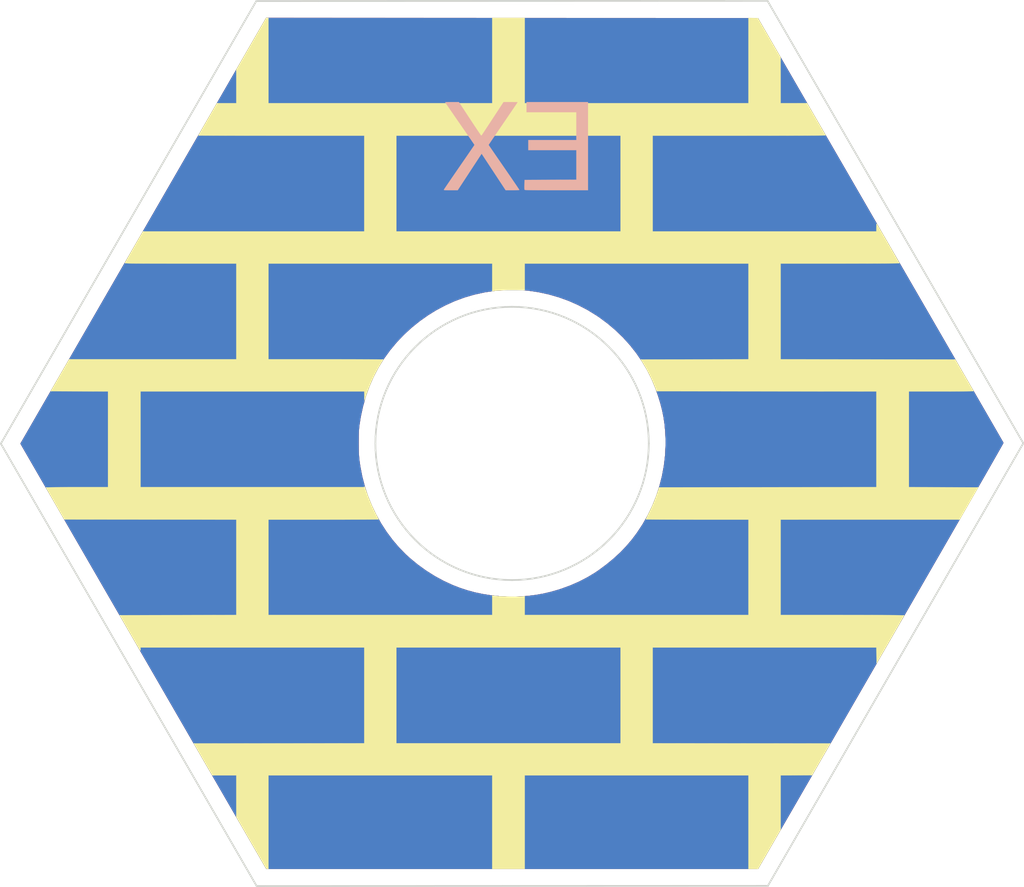
<source format=kicad_pcb>
(kicad_pcb (version 20171130) (host pcbnew 5.1.5+dfsg1-2build2)

  (general
    (thickness 1.6)
    (drawings 137)
    (tracks 0)
    (zones 0)
    (modules 4)
    (nets 1)
  )

  (page A4)
  (layers
    (0 F.Cu signal)
    (31 B.Cu signal)
    (32 B.Adhes user)
    (33 F.Adhes user)
    (34 B.Paste user)
    (35 F.Paste user)
    (36 B.SilkS user)
    (37 F.SilkS user)
    (38 B.Mask user)
    (39 F.Mask user)
    (40 Dwgs.User user)
    (41 Cmts.User user)
    (42 Eco1.User user)
    (43 Eco2.User user)
    (44 Edge.Cuts user)
    (45 Margin user)
    (46 B.CrtYd user)
    (47 F.CrtYd user)
    (48 B.Fab user)
    (49 F.Fab user)
  )

  (setup
    (last_trace_width 0.25)
    (trace_clearance 0.2)
    (zone_clearance 0.508)
    (zone_45_only no)
    (trace_min 0.2)
    (via_size 0.6)
    (via_drill 0.4)
    (via_min_size 0.4)
    (via_min_drill 0.3)
    (uvia_size 0.3)
    (uvia_drill 0.1)
    (uvias_allowed no)
    (uvia_min_size 0.2)
    (uvia_min_drill 0.1)
    (edge_width 0.15)
    (segment_width 0.2)
    (pcb_text_width 0.3)
    (pcb_text_size 1.5 1.5)
    (mod_edge_width 0.15)
    (mod_text_size 1 1)
    (mod_text_width 0.15)
    (pad_size 1.524 1.524)
    (pad_drill 0.762)
    (pad_to_mask_clearance 0.2)
    (aux_axis_origin 0 0)
    (visible_elements FFFFFF7F)
    (pcbplotparams
      (layerselection 0x010f0_ffffffff)
      (usegerberextensions false)
      (usegerberattributes false)
      (usegerberadvancedattributes false)
      (creategerberjobfile false)
      (excludeedgelayer true)
      (linewidth 0.100000)
      (plotframeref false)
      (viasonmask false)
      (mode 1)
      (useauxorigin false)
      (hpglpennumber 1)
      (hpglpenspeed 20)
      (hpglpendiameter 15.000000)
      (psnegative false)
      (psa4output false)
      (plotreference true)
      (plotvalue true)
      (plotinvisibletext false)
      (padsonsilk false)
      (subtractmaskfromsilk false)
      (outputformat 1)
      (mirror false)
      (drillshape 0)
      (scaleselection 1)
      (outputdirectory "gerbers/"))
  )

  (net 0 "")

  (net_class Default "This is the default net class."
    (clearance 0.2)
    (trace_width 0.25)
    (via_dia 0.6)
    (via_drill 0.4)
    (uvia_dia 0.3)
    (uvia_drill 0.1)
  )

  (module LOGO (layer F.Cu) (tedit 0) (tstamp 0)
    (at 0 0)
    (fp_text reference G*** (at 0 0) (layer F.SilkS) hide
      (effects (font (size 1.524 1.524) (thickness 0.3)))
    )
    (fp_text value LOGO (at 0.75 0) (layer F.SilkS) hide
      (effects (font (size 1.524 1.524) (thickness 0.3)))
    )
    (fp_poly (pts (xy -0.002915 -24.929057) (xy 14.399884 -24.92375) (xy 17.831401 -18.9865) (xy 18.131778 -18.466783)
      (xy 18.45131 -17.913925) (xy 18.787966 -17.331436) (xy 19.139718 -16.722828) (xy 19.504537 -16.091612)
      (xy 19.880393 -15.441298) (xy 20.265257 -14.775397) (xy 20.657101 -14.097421) (xy 21.053894 -13.41088)
      (xy 21.453607 -12.719285) (xy 21.854213 -12.026147) (xy 22.25368 -11.334978) (xy 22.649981 -10.649287)
      (xy 23.041086 -9.972586) (xy 23.424966 -9.308385) (xy 23.799591 -8.660197) (xy 24.162933 -8.031531)
      (xy 24.512962 -7.425899) (xy 24.847649 -6.846811) (xy 25.013618 -6.559646) (xy 25.294366 -6.073853)
      (xy 25.569718 -5.597336) (xy 25.838915 -5.131407) (xy 26.101202 -4.67738) (xy 26.35582 -4.236566)
      (xy 26.602011 -3.810278) (xy 26.83902 -3.39983) (xy 27.066087 -3.006533) (xy 27.282457 -2.6317)
      (xy 27.487371 -2.276645) (xy 27.680073 -1.942679) (xy 27.859804 -1.631116) (xy 28.025809 -1.343268)
      (xy 28.177328 -1.080447) (xy 28.313605 -0.843966) (xy 28.433883 -0.635139) (xy 28.537405 -0.455277)
      (xy 28.623412 -0.305693) (xy 28.691148 -0.1877) (xy 28.739855 -0.10261) (xy 28.768776 -0.051737)
      (xy 28.777239 -0.03637) (xy 28.767588 -0.015674) (xy 28.736872 0.041406) (xy 28.685239 0.134614)
      (xy 28.612834 0.263697) (xy 28.519803 0.4284) (xy 28.406292 0.62847) (xy 28.272447 0.863652)
      (xy 28.118414 1.133692) (xy 27.944338 1.438337) (xy 27.750365 1.777332) (xy 27.536642 2.150423)
      (xy 27.303315 2.557356) (xy 27.050529 2.997876) (xy 26.778429 3.471731) (xy 26.487163 3.978665)
      (xy 26.176876 4.518424) (xy 25.847714 5.090756) (xy 25.499822 5.695404) (xy 25.133347 6.332116)
      (xy 24.748435 7.000637) (xy 24.345231 7.700713) (xy 23.923881 8.432091) (xy 23.484532 9.194515)
      (xy 23.027328 9.987732) (xy 22.552417 10.811488) (xy 22.059944 11.665528) (xy 21.59838 12.465818)
      (xy 14.406598 24.934334) (xy -14.392357 24.934334) (xy -14.422234 24.886709) (xy -14.434514 24.865697)
      (xy -14.467302 24.809184) (xy -14.51993 24.718326) (xy -14.59173 24.594278) (xy -14.682035 24.438195)
      (xy -14.790176 24.251234) (xy -14.915487 24.03455) (xy -15.057299 23.789299) (xy -15.214944 23.516635)
      (xy -15.387756 23.217716) (xy -15.575066 22.893696) (xy -15.776206 22.545731) (xy -15.990509 22.174976)
      (xy -16.217307 21.782588) (xy -16.455933 21.369722) (xy -16.705719 20.937534) (xy -16.965997 20.487179)
      (xy -17.236099 20.019812) (xy -17.515357 19.53659) (xy -17.803105 19.038668) (xy -18.098674 18.527201)
      (xy -18.401396 18.003346) (xy -18.710604 17.468258) (xy -19.025631 16.923092) (xy -19.345807 16.369005)
      (xy -19.670467 15.807151) (xy -19.998941 15.238686) (xy -20.330563 14.664767) (xy -20.664665 14.086548)
      (xy -21.000578 13.505186) (xy -21.337636 12.921835) (xy -21.67517 12.337652) (xy -22.012513 11.753792)
      (xy -22.348997 11.17141) (xy -22.683954 10.591663) (xy -23.016718 10.015706) (xy -23.346619 9.444695)
      (xy -23.67299 8.879784) (xy -23.995164 8.322131) (xy -24.312473 7.77289) (xy -24.62425 7.233217)
      (xy -24.929825 6.704268) (xy -25.228533 6.187198) (xy -25.519704 5.683163) (xy -25.802672 5.193319)
      (xy -26.076769 4.718821) (xy -26.341326 4.260824) (xy -26.595677 3.820485) (xy -26.839154 3.398959)
      (xy -27.071088 2.997402) (xy -27.290813 2.616969) (xy -27.49766 2.258816) (xy -27.690961 1.924098)
      (xy -27.87005 1.613972) (xy -28.034258 1.329592) (xy -28.182918 1.072115) (xy -28.315362 0.842695)
      (xy -28.430922 0.64249) (xy -28.52893 0.472653) (xy -28.60872 0.334342) (xy -28.669622 0.228711)
      (xy -28.71097 0.156916) (xy -28.732096 0.120112) (xy -28.734533 0.115812) (xy -28.79379 0.009374)
      (xy -28.751762 -0.0635) (xy -8.984467 -0.0635) (xy -8.984152 0.158719) (xy -8.982274 0.346996)
      (xy -8.978261 0.50971) (xy -8.971541 0.65524) (xy -8.961542 0.791967) (xy -8.947692 0.92827)
      (xy -8.929419 1.072528) (xy -8.90615 1.23312) (xy -8.887833 1.351775) (xy -8.775992 1.935999)
      (xy -8.6257 2.512459) (xy -8.438501 3.078297) (xy -8.215939 3.630654) (xy -7.959559 4.166671)
      (xy -7.670904 4.683489) (xy -7.35152 5.178249) (xy -7.00295 5.648092) (xy -6.62674 6.09016)
      (xy -6.224432 6.501594) (xy -5.990352 6.715762) (xy -5.52855 7.096271) (xy -5.044781 7.446656)
      (xy -4.54376 7.76395) (xy -4.030202 8.045184) (xy -3.508821 8.287391) (xy -3.4646 8.305957)
      (xy -3.034603 8.472578) (xy -2.603376 8.614057) (xy -2.164973 8.731597) (xy -1.713444 8.826403)
      (xy -1.242843 8.899679) (xy -0.747222 8.952628) (xy -0.220634 8.986455) (xy -0.074083 8.992405)
      (xy -0.026127 8.992271) (xy 0.055659 8.990048) (xy 0.162838 8.986049) (xy 0.286974 8.980586)
      (xy 0.41275 8.974336) (xy 0.903078 8.938367) (xy 1.366062 8.882407) (xy 1.812694 8.804426)
      (xy 2.253966 8.702391) (xy 2.700869 8.57427) (xy 2.868084 8.520432) (xy 3.39867 8.326758)
      (xy 3.908523 8.104217) (xy 4.39316 7.855041) (xy 4.848096 7.58146) (xy 5.101888 7.408701)
      (xy 5.552037 7.072085) (xy 5.964065 6.730764) (xy 6.34218 6.380615) (xy 6.690592 6.017513)
      (xy 7.013509 5.637335) (xy 7.305658 5.249334) (xy 7.642815 4.738287) (xy 7.944316 4.20592)
      (xy 8.209387 3.654778) (xy 8.437254 3.087404) (xy 8.627143 2.506341) (xy 8.778282 1.914133)
      (xy 8.889896 1.313324) (xy 8.961211 0.706457) (xy 8.991454 0.096077) (xy 8.989165 -0.28575)
      (xy 8.967996 -0.724109) (xy 8.928181 -1.142902) (xy 8.868005 -1.55063) (xy 8.785757 -1.955795)
      (xy 8.679722 -2.366899) (xy 8.548188 -2.792442) (xy 8.398526 -3.216546) (xy 8.173678 -3.761071)
      (xy 7.910459 -4.28936) (xy 7.610273 -4.799667) (xy 7.274527 -5.290249) (xy 6.904624 -5.759358)
      (xy 6.501971 -6.20525) (xy 6.067973 -6.62618) (xy 5.604034 -7.020401) (xy 5.111559 -7.386169)
      (xy 4.957987 -7.490406) (xy 4.428777 -7.816908) (xy 3.881866 -8.105052) (xy 3.318125 -8.354519)
      (xy 2.738431 -8.564992) (xy 2.143655 -8.736151) (xy 1.534674 -8.867679) (xy 0.931334 -8.95708)
      (xy 0.807142 -8.967846) (xy 0.648483 -8.976019) (xy 0.46314 -8.981645) (xy 0.258897 -8.984769)
      (xy 0.043538 -8.985437) (xy -0.175153 -8.983695) (xy -0.389394 -8.979588) (xy -0.5914 -8.973163)
      (xy -0.773387 -8.964464) (xy -0.927573 -8.953539) (xy -1.005416 -8.94571) (xy -1.617631 -8.853594)
      (xy -2.214557 -8.722108) (xy -2.796813 -8.551025) (xy -3.365022 -8.340117) (xy -3.919805 -8.089158)
      (xy -4.461782 -7.797922) (xy -4.910666 -7.519975) (xy -5.414078 -7.164733) (xy -5.891052 -6.779194)
      (xy -6.339598 -6.365462) (xy -6.757726 -5.925646) (xy -7.143446 -5.461852) (xy -7.494766 -4.976185)
      (xy -7.809697 -4.470753) (xy -7.83649 -4.423833) (xy -8.113057 -3.893353) (xy -8.354622 -3.340237)
      (xy -8.56045 -2.766712) (xy -8.729802 -2.175003) (xy -8.861944 -1.567334) (xy -8.936429 -1.100666)
      (xy -8.950221 -0.993333) (xy -8.961123 -0.893402) (xy -8.969469 -0.793695) (xy -8.975591 -0.687034)
      (xy -8.979821 -0.566241) (xy -8.982491 -0.424136) (xy -8.983935 -0.253541) (xy -8.984467 -0.0635)
      (xy -28.751762 -0.0635) (xy -27.823644 -1.672771) (xy -27.71414 -1.862637) (xy -27.584398 -2.087588)
      (xy -27.435331 -2.346041) (xy -27.267852 -2.636411) (xy -27.082876 -2.957114) (xy -26.881316 -3.306565)
      (xy -26.664087 -3.683181) (xy -26.432101 -4.085377) (xy -26.186274 -4.511569) (xy -25.927518 -4.960173)
      (xy -25.656748 -5.429604) (xy -25.374877 -5.918279) (xy -25.082819 -6.424612) (xy -24.781488 -6.947021)
      (xy -24.471798 -7.48392) (xy -24.154662 -8.033725) (xy -23.830995 -8.594853) (xy -23.50171 -9.165718)
      (xy -23.167721 -9.744737) (xy -22.829942 -10.330325) (xy -22.489286 -10.920899) (xy -22.146668 -11.514874)
      (xy -21.803001 -12.110665) (xy -21.4592 -12.706689) (xy -21.116177 -13.301361) (xy -20.774847 -13.893097)
      (xy -20.436124 -14.480313) (xy -20.100921 -15.061424) (xy -19.770152 -15.634847) (xy -19.444731 -16.198997)
      (xy -19.125572 -16.75229) (xy -18.813589 -17.293142) (xy -18.509695 -17.819968) (xy -18.214805 -18.331184)
      (xy -17.929831 -18.825206) (xy -17.655689 -19.30045) (xy -17.393291 -19.755331) (xy -17.143552 -20.188266)
      (xy -16.907385 -20.597669) (xy -16.747035 -20.87564) (xy -14.405715 -24.934364) (xy -0.002915 -24.929057)) (layer B.Cu) (width 0.01))
  )

  (module LOGO (layer F.Cu) (tedit 0) (tstamp 0)
    (at 0 0)
    (fp_text reference G*** (at 0 0) (layer F.SilkS) hide
      (effects (font (size 1.524 1.524) (thickness 0.3)))
    )
    (fp_text value LOGO (at 0.75 0) (layer F.SilkS) hide
      (effects (font (size 1.524 1.524) (thickness 0.3)))
    )
    (fp_poly (pts (xy -2.466389 -19.008386) (xy -2.345452 -18.824636) (xy -2.231295 -18.652196) (xy -2.126035 -18.494199)
      (xy -2.031794 -18.353779) (xy -1.95069 -18.23407) (xy -1.884844 -18.138205) (xy -1.836375 -18.069317)
      (xy -1.807402 -18.030541) (xy -1.799834 -18.023004) (xy -1.785937 -18.041864) (xy -1.751058 -18.092967)
      (xy -1.69733 -18.173089) (xy -1.626887 -18.279008) (xy -1.541863 -18.407502) (xy -1.444392 -18.555349)
      (xy -1.336607 -18.719325) (xy -1.220644 -18.896209) (xy -1.141561 -19.017085) (xy -0.497416 -20.002433)
      (xy -0.089958 -20.002467) (xy 0.036143 -20.002058) (xy 0.146378 -20.000899) (xy 0.234288 -19.999125)
      (xy 0.293414 -19.99687) (xy 0.317299 -19.994268) (xy 0.3175 -19.993999) (xy 0.305879 -19.975554)
      (xy 0.272281 -19.924951) (xy 0.218604 -19.844994) (xy 0.146744 -19.738485) (xy 0.058601 -19.608224)
      (xy -0.043928 -19.457015) (xy -0.158946 -19.287659) (xy -0.284555 -19.102958) (xy -0.418857 -18.905714)
      (xy -0.529166 -18.743874) (xy -0.668966 -18.538741) (xy -0.801562 -18.343947) (xy -0.925057 -18.162293)
      (xy -1.037553 -17.996582) (xy -1.137152 -17.849617) (xy -1.221957 -17.7242) (xy -1.29007 -17.623134)
      (xy -1.339593 -17.549221) (xy -1.368629 -17.505264) (xy -1.375833 -17.493568) (xy -1.364108 -17.475183)
      (xy -1.330176 -17.424693) (xy -1.275899 -17.344816) (xy -1.203143 -17.238271) (xy -1.113771 -17.107775)
      (xy -1.009647 -16.956047) (xy -0.892634 -16.785806) (xy -0.764596 -16.599769) (xy -0.627398 -16.400656)
      (xy -0.482903 -16.191184) (xy -0.47625 -16.181544) (xy -0.331376 -15.971383) (xy -0.193725 -15.771189)
      (xy -0.065166 -15.58371) (xy 0.052434 -15.411693) (xy 0.157208 -15.257886) (xy 0.247287 -15.125037)
      (xy 0.320806 -15.015893) (xy 0.375895 -14.933202) (xy 0.410687 -14.879712) (xy 0.423316 -14.858171)
      (xy 0.423334 -14.858018) (xy 0.402923 -14.850975) (xy 0.34469 -14.845214) (xy 0.253133 -14.840962)
      (xy 0.13275 -14.838445) (xy 0.023652 -14.837833) (xy -0.37603 -14.837833) (xy -1.080101 -15.907981)
      (xy -1.784173 -16.97813) (xy -2.07246 -16.53769) (xy -2.157809 -16.407307) (xy -2.260653 -16.250214)
      (xy -2.375293 -16.075116) (xy -2.496032 -15.890715) (xy -2.617169 -15.705716) (xy -2.733007 -15.528822)
      (xy -2.773138 -15.467541) (xy -3.185529 -14.837833) (xy -3.595279 -14.837833) (xy -3.736905 -14.838122)
      (xy -3.841437 -14.839293) (xy -3.914112 -14.841801) (xy -3.960166 -14.846103) (xy -3.984837 -14.852654)
      (xy -3.993361 -14.861911) (xy -3.991783 -14.872351) (xy -3.977867 -14.895007) (xy -3.941781 -14.94967)
      (xy -3.88544 -15.033534) (xy -3.810758 -15.143792) (xy -3.719649 -15.277637) (xy -3.614028 -15.432262)
      (xy -3.495808 -15.604859) (xy -3.366904 -15.792623) (xy -3.22923 -15.992744) (xy -3.089935 -16.19483)
      (xy -2.946064 -16.403501) (xy -2.809417 -16.601969) (xy -2.681869 -16.787493) (xy -2.565296 -16.957332)
      (xy -2.461572 -17.108745) (xy -2.372574 -17.238992) (xy -2.300176 -17.345332) (xy -2.246254 -17.425026)
      (xy -2.212682 -17.475332) (xy -2.201333 -17.493485) (xy -2.213081 -17.512212) (xy -2.247047 -17.562926)
      (xy -2.301313 -17.642838) (xy -2.373964 -17.749155) (xy -2.463083 -17.879085) (xy -2.566751 -18.029838)
      (xy -2.683054 -18.198621) (xy -2.810073 -18.382644) (xy -2.945893 -18.579114) (xy -3.058583 -18.741913)
      (xy -3.200025 -18.946289) (xy -3.334185 -19.140448) (xy -3.459148 -19.321598) (xy -3.572995 -19.486945)
      (xy -3.673811 -19.633695) (xy -3.759678 -19.759054) (xy -3.828678 -19.86023) (xy -3.878895 -19.934429)
      (xy -3.908412 -19.978857) (xy -3.915833 -19.991073) (xy -3.895755 -19.994647) (xy -3.839876 -19.997764)
      (xy -3.754726 -20.000236) (xy -3.646835 -20.001877) (xy -3.522735 -20.002499) (xy -3.517325 -20.0025)
      (xy -3.118816 -20.0025) (xy -2.466389 -19.008386)) (layer B.SilkS) (width 0.01))
    (fp_poly (pts (xy 4.445 -14.837833) (xy 2.592253 -14.837833) (xy 2.260029 -14.837935) (xy 1.967813 -14.838262)
      (xy 1.713278 -14.83885) (xy 1.4941 -14.839733) (xy 1.307952 -14.840945) (xy 1.152509 -14.842521)
      (xy 1.025445 -14.844496) (xy 0.924434 -14.846902) (xy 0.847151 -14.849776) (xy 0.791271 -14.853151)
      (xy 0.754467 -14.857062) (xy 0.734414 -14.861543) (xy 0.728922 -14.865411) (xy 0.725378 -14.896079)
      (xy 0.723283 -14.960099) (xy 0.722775 -15.048511) (xy 0.723992 -15.152354) (xy 0.724295 -15.167036)
      (xy 0.73025 -15.441083) (xy 2.248959 -15.446515) (xy 3.767667 -15.451947) (xy 3.767667 -17.187333)
      (xy 0.9525 -17.187333) (xy 0.9525 -17.78) (xy 3.767667 -17.78) (xy 3.767667 -19.409833)
      (xy 0.846667 -19.409833) (xy 0.846667 -20.0025) (xy 4.445 -20.0025) (xy 4.445 -14.837833)) (layer B.SilkS) (width 0.01))
  )

  (module LOGO (layer F.Cu) (tedit 0) (tstamp 0)
    (at 0 0)
    (fp_text reference G*** (at 0 0) (layer F.SilkS) hide
      (effects (font (size 1.524 1.524) (thickness 0.3)))
    )
    (fp_text value LOGO (at 0.75 0) (layer F.SilkS) hide
      (effects (font (size 1.524 1.524) (thickness 0.3)))
    )
    (fp_poly (pts (xy -0.002915 -24.929057) (xy 14.399884 -24.92375) (xy 17.831401 -18.9865) (xy 18.131778 -18.466783)
      (xy 18.45131 -17.913925) (xy 18.787966 -17.331436) (xy 19.139718 -16.722828) (xy 19.504537 -16.091612)
      (xy 19.880393 -15.441298) (xy 20.265257 -14.775397) (xy 20.657101 -14.097421) (xy 21.053894 -13.41088)
      (xy 21.453607 -12.719285) (xy 21.854213 -12.026147) (xy 22.25368 -11.334978) (xy 22.649981 -10.649287)
      (xy 23.041086 -9.972586) (xy 23.424966 -9.308385) (xy 23.799591 -8.660197) (xy 24.162933 -8.031531)
      (xy 24.512962 -7.425899) (xy 24.847649 -6.846811) (xy 25.013618 -6.559646) (xy 25.294366 -6.073853)
      (xy 25.569718 -5.597336) (xy 25.838915 -5.131407) (xy 26.101202 -4.67738) (xy 26.35582 -4.236566)
      (xy 26.602011 -3.810278) (xy 26.83902 -3.39983) (xy 27.066087 -3.006533) (xy 27.282457 -2.6317)
      (xy 27.487371 -2.276645) (xy 27.680073 -1.942679) (xy 27.859804 -1.631116) (xy 28.025809 -1.343268)
      (xy 28.177328 -1.080447) (xy 28.313605 -0.843966) (xy 28.433883 -0.635139) (xy 28.537405 -0.455277)
      (xy 28.623412 -0.305693) (xy 28.691148 -0.1877) (xy 28.739855 -0.10261) (xy 28.768776 -0.051737)
      (xy 28.777239 -0.03637) (xy 28.767588 -0.015674) (xy 28.736872 0.041406) (xy 28.685239 0.134614)
      (xy 28.612834 0.263697) (xy 28.519803 0.4284) (xy 28.406292 0.62847) (xy 28.272447 0.863652)
      (xy 28.118414 1.133692) (xy 27.944338 1.438337) (xy 27.750365 1.777332) (xy 27.536642 2.150423)
      (xy 27.303315 2.557356) (xy 27.050529 2.997876) (xy 26.778429 3.471731) (xy 26.487163 3.978665)
      (xy 26.176876 4.518424) (xy 25.847714 5.090756) (xy 25.499822 5.695404) (xy 25.133347 6.332116)
      (xy 24.748435 7.000637) (xy 24.345231 7.700713) (xy 23.923881 8.432091) (xy 23.484532 9.194515)
      (xy 23.027328 9.987732) (xy 22.552417 10.811488) (xy 22.059944 11.665528) (xy 21.59838 12.465818)
      (xy 14.406598 24.934334) (xy -14.392357 24.934334) (xy -14.422234 24.886709) (xy -14.434514 24.865697)
      (xy -14.467302 24.809184) (xy -14.51993 24.718326) (xy -14.59173 24.594278) (xy -14.682035 24.438195)
      (xy -14.790176 24.251234) (xy -14.915487 24.03455) (xy -15.057299 23.789299) (xy -15.214944 23.516635)
      (xy -15.387756 23.217716) (xy -15.575066 22.893696) (xy -15.776206 22.545731) (xy -15.990509 22.174976)
      (xy -16.217307 21.782588) (xy -16.455933 21.369722) (xy -16.705719 20.937534) (xy -16.965997 20.487179)
      (xy -17.236099 20.019812) (xy -17.515357 19.53659) (xy -17.803105 19.038668) (xy -18.098674 18.527201)
      (xy -18.401396 18.003346) (xy -18.710604 17.468258) (xy -19.025631 16.923092) (xy -19.345807 16.369005)
      (xy -19.670467 15.807151) (xy -19.998941 15.238686) (xy -20.330563 14.664767) (xy -20.664665 14.086548)
      (xy -21.000578 13.505186) (xy -21.337636 12.921835) (xy -21.67517 12.337652) (xy -22.012513 11.753792)
      (xy -22.348997 11.17141) (xy -22.683954 10.591663) (xy -23.016718 10.015706) (xy -23.346619 9.444695)
      (xy -23.67299 8.879784) (xy -23.995164 8.322131) (xy -24.312473 7.77289) (xy -24.62425 7.233217)
      (xy -24.929825 6.704268) (xy -25.228533 6.187198) (xy -25.519704 5.683163) (xy -25.802672 5.193319)
      (xy -26.076769 4.718821) (xy -26.341326 4.260824) (xy -26.595677 3.820485) (xy -26.839154 3.398959)
      (xy -27.071088 2.997402) (xy -27.290813 2.616969) (xy -27.49766 2.258816) (xy -27.690961 1.924098)
      (xy -27.87005 1.613972) (xy -28.034258 1.329592) (xy -28.182918 1.072115) (xy -28.315362 0.842695)
      (xy -28.430922 0.64249) (xy -28.52893 0.472653) (xy -28.60872 0.334342) (xy -28.669622 0.228711)
      (xy -28.71097 0.156916) (xy -28.732096 0.120112) (xy -28.734533 0.115812) (xy -28.79379 0.009374)
      (xy -28.751762 -0.0635) (xy -8.984467 -0.0635) (xy -8.984152 0.158719) (xy -8.982274 0.346996)
      (xy -8.978261 0.50971) (xy -8.971541 0.65524) (xy -8.961542 0.791967) (xy -8.947692 0.92827)
      (xy -8.929419 1.072528) (xy -8.90615 1.23312) (xy -8.887833 1.351775) (xy -8.775992 1.935999)
      (xy -8.6257 2.512459) (xy -8.438501 3.078297) (xy -8.215939 3.630654) (xy -7.959559 4.166671)
      (xy -7.670904 4.683489) (xy -7.35152 5.178249) (xy -7.00295 5.648092) (xy -6.62674 6.09016)
      (xy -6.224432 6.501594) (xy -5.990352 6.715762) (xy -5.52855 7.096271) (xy -5.044781 7.446656)
      (xy -4.54376 7.76395) (xy -4.030202 8.045184) (xy -3.508821 8.287391) (xy -3.4646 8.305957)
      (xy -3.034603 8.472578) (xy -2.603376 8.614057) (xy -2.164973 8.731597) (xy -1.713444 8.826403)
      (xy -1.242843 8.899679) (xy -0.747222 8.952628) (xy -0.220634 8.986455) (xy -0.074083 8.992405)
      (xy -0.026127 8.992271) (xy 0.055659 8.990048) (xy 0.162838 8.986049) (xy 0.286974 8.980586)
      (xy 0.41275 8.974336) (xy 0.903078 8.938367) (xy 1.366062 8.882407) (xy 1.812694 8.804426)
      (xy 2.253966 8.702391) (xy 2.700869 8.57427) (xy 2.868084 8.520432) (xy 3.39867 8.326758)
      (xy 3.908523 8.104217) (xy 4.39316 7.855041) (xy 4.848096 7.58146) (xy 5.101888 7.408701)
      (xy 5.552037 7.072085) (xy 5.964065 6.730764) (xy 6.34218 6.380615) (xy 6.690592 6.017513)
      (xy 7.013509 5.637335) (xy 7.305658 5.249334) (xy 7.642815 4.738287) (xy 7.944316 4.20592)
      (xy 8.209387 3.654778) (xy 8.437254 3.087404) (xy 8.627143 2.506341) (xy 8.778282 1.914133)
      (xy 8.889896 1.313324) (xy 8.961211 0.706457) (xy 8.991454 0.096077) (xy 8.989165 -0.28575)
      (xy 8.967996 -0.724109) (xy 8.928181 -1.142902) (xy 8.868005 -1.55063) (xy 8.785757 -1.955795)
      (xy 8.679722 -2.366899) (xy 8.548188 -2.792442) (xy 8.398526 -3.216546) (xy 8.173678 -3.761071)
      (xy 7.910459 -4.28936) (xy 7.610273 -4.799667) (xy 7.274527 -5.290249) (xy 6.904624 -5.759358)
      (xy 6.501971 -6.20525) (xy 6.067973 -6.62618) (xy 5.604034 -7.020401) (xy 5.111559 -7.386169)
      (xy 4.957987 -7.490406) (xy 4.428777 -7.816908) (xy 3.881866 -8.105052) (xy 3.318125 -8.354519)
      (xy 2.738431 -8.564992) (xy 2.143655 -8.736151) (xy 1.534674 -8.867679) (xy 0.931334 -8.95708)
      (xy 0.807142 -8.967846) (xy 0.648483 -8.976019) (xy 0.46314 -8.981645) (xy 0.258897 -8.984769)
      (xy 0.043538 -8.985437) (xy -0.175153 -8.983695) (xy -0.389394 -8.979588) (xy -0.5914 -8.973163)
      (xy -0.773387 -8.964464) (xy -0.927573 -8.953539) (xy -1.005416 -8.94571) (xy -1.617631 -8.853594)
      (xy -2.214557 -8.722108) (xy -2.796813 -8.551025) (xy -3.365022 -8.340117) (xy -3.919805 -8.089158)
      (xy -4.461782 -7.797922) (xy -4.910666 -7.519975) (xy -5.414078 -7.164733) (xy -5.891052 -6.779194)
      (xy -6.339598 -6.365462) (xy -6.757726 -5.925646) (xy -7.143446 -5.461852) (xy -7.494766 -4.976185)
      (xy -7.809697 -4.470753) (xy -7.83649 -4.423833) (xy -8.113057 -3.893353) (xy -8.354622 -3.340237)
      (xy -8.56045 -2.766712) (xy -8.729802 -2.175003) (xy -8.861944 -1.567334) (xy -8.936429 -1.100666)
      (xy -8.950221 -0.993333) (xy -8.961123 -0.893402) (xy -8.969469 -0.793695) (xy -8.975591 -0.687034)
      (xy -8.979821 -0.566241) (xy -8.982491 -0.424136) (xy -8.983935 -0.253541) (xy -8.984467 -0.0635)
      (xy -28.751762 -0.0635) (xy -27.823644 -1.672771) (xy -27.71414 -1.862637) (xy -27.584398 -2.087588)
      (xy -27.435331 -2.346041) (xy -27.267852 -2.636411) (xy -27.082876 -2.957114) (xy -26.881316 -3.306565)
      (xy -26.664087 -3.683181) (xy -26.432101 -4.085377) (xy -26.186274 -4.511569) (xy -25.927518 -4.960173)
      (xy -25.656748 -5.429604) (xy -25.374877 -5.918279) (xy -25.082819 -6.424612) (xy -24.781488 -6.947021)
      (xy -24.471798 -7.48392) (xy -24.154662 -8.033725) (xy -23.830995 -8.594853) (xy -23.50171 -9.165718)
      (xy -23.167721 -9.744737) (xy -22.829942 -10.330325) (xy -22.489286 -10.920899) (xy -22.146668 -11.514874)
      (xy -21.803001 -12.110665) (xy -21.4592 -12.706689) (xy -21.116177 -13.301361) (xy -20.774847 -13.893097)
      (xy -20.436124 -14.480313) (xy -20.100921 -15.061424) (xy -19.770152 -15.634847) (xy -19.444731 -16.198997)
      (xy -19.125572 -16.75229) (xy -18.813589 -17.293142) (xy -18.509695 -17.819968) (xy -18.214805 -18.331184)
      (xy -17.929831 -18.825206) (xy -17.655689 -19.30045) (xy -17.393291 -19.755331) (xy -17.143552 -20.188266)
      (xy -16.907385 -20.597669) (xy -16.747035 -20.87564) (xy -14.405715 -24.934364) (xy -0.002915 -24.929057)) (layer F.Cu) (width 0.01))
  )

  (module LOGO (layer F.Cu) (tedit 0) (tstamp 0)
    (at 0 0)
    (fp_text reference G*** (at 0 0) (layer F.SilkS) hide
      (effects (font (size 1.524 1.524) (thickness 0.3)))
    )
    (fp_text value LOGO (at 0.75 0) (layer F.SilkS) hide
      (effects (font (size 1.524 1.524) (thickness 0.3)))
    )
    (fp_poly (pts (xy 14.399634 -24.92375) (xy 15.724584 -22.63775) (xy 15.726834 -19.939) (xy 17.282584 -19.938412)
      (xy 17.822334 -19.004262) (xy 17.927347 -18.822402) (xy 18.02589 -18.651533) (xy 18.115938 -18.495179)
      (xy 18.195468 -18.356863) (xy 18.262456 -18.24011) (xy 18.314878 -18.148444) (xy 18.350711 -18.08539)
      (xy 18.36793 -18.05447) (xy 18.369139 -18.052056) (xy 18.348924 -18.050417) (xy 18.288202 -18.048818)
      (xy 18.1888 -18.047266) (xy 18.052543 -18.045766) (xy 17.881258 -18.044327) (xy 17.676772 -18.042953)
      (xy 17.44091 -18.041652) (xy 17.1755 -18.040431) (xy 16.882367 -18.039295) (xy 16.563337 -18.038251)
      (xy 16.220237 -18.037306) (xy 15.854894 -18.036466) (xy 15.469134 -18.035738) (xy 15.064783 -18.035128)
      (xy 14.643667 -18.034642) (xy 14.207613 -18.034288) (xy 13.758447 -18.034072) (xy 13.305014 -18.034)
      (xy 8.233834 -18.034) (xy 8.233834 -12.424833) (xy 21.336 -12.424833) (xy 21.336 -12.6619)
      (xy 21.337561 -12.762631) (xy 21.341943 -12.835179) (xy 21.348695 -12.874417) (xy 21.355086 -12.878858)
      (xy 21.369898 -12.856241) (xy 21.403293 -12.801016) (xy 21.453081 -12.716989) (xy 21.517068 -12.607967)
      (xy 21.593064 -12.477754) (xy 21.678876 -12.330158) (xy 21.772311 -12.168984) (xy 21.871179 -11.998038)
      (xy 21.973287 -11.821125) (xy 22.076442 -11.642052) (xy 22.178454 -11.464626) (xy 22.277129 -11.29265)
      (xy 22.370276 -11.129933) (xy 22.455702 -10.980279) (xy 22.531216 -10.847494) (xy 22.594626 -10.735385)
      (xy 22.64374 -10.647757) (xy 22.676365 -10.588416) (xy 22.69031 -10.561169) (xy 22.690667 -10.559954)
      (xy 22.669792 -10.55768) (xy 22.608333 -10.555509) (xy 22.50804 -10.553451) (xy 22.370663 -10.551517)
      (xy 22.19795 -10.549714) (xy 21.991653 -10.548053) (xy 21.753519 -10.546543) (xy 21.485299 -10.545195)
      (xy 21.188742 -10.544016) (xy 20.865597 -10.543017) (xy 20.517615 -10.542208) (xy 20.146545 -10.541597)
      (xy 19.754137 -10.541195) (xy 19.342139 -10.541011) (xy 19.20875 -10.541) (xy 15.726834 -10.541)
      (xy 15.726834 -4.931919) (xy 20.843384 -4.926585) (xy 25.959934 -4.92125) (xy 26.493865 -4.0005)
      (xy 26.598268 -3.820187) (xy 26.69596 -3.650936) (xy 26.784925 -3.496278) (xy 26.863145 -3.359747)
      (xy 26.928603 -3.244874) (xy 26.97928 -3.155193) (xy 27.013159 -3.094235) (xy 27.028224 -3.065533)
      (xy 27.028814 -3.063875) (xy 27.0083 -3.061536) (xy 26.948445 -3.0593) (xy 26.852243 -3.057194)
      (xy 26.722688 -3.055242) (xy 26.562773 -3.053469) (xy 26.375491 -3.0519) (xy 26.163836 -3.050561)
      (xy 25.9308 -3.049476) (xy 25.679377 -3.048671) (xy 25.412561 -3.048171) (xy 25.135417 -3.048)
      (xy 23.241 -3.048) (xy 23.241 2.560955) (xy 25.273117 2.566353) (xy 27.305233 2.57175)
      (xy 26.214917 4.46539) (xy 20.970875 4.465778) (xy 15.726834 4.466167) (xy 15.726834 10.054167)
      (xy 19.346334 10.054167) (xy 19.847446 10.054287) (xy 20.313513 10.054644) (xy 20.743951 10.055236)
      (xy 21.138178 10.05606) (xy 21.49561 10.05711) (xy 21.815664 10.058386) (xy 22.097758 10.059882)
      (xy 22.341309 10.061596) (xy 22.545734 10.063525) (xy 22.71045 10.065664) (xy 22.834875 10.068012)
      (xy 22.918424 10.070564) (xy 22.960516 10.073317) (xy 22.965834 10.074773) (xy 22.955498 10.095964)
      (xy 22.925576 10.150933) (xy 22.877691 10.236822) (xy 22.81347 10.350773) (xy 22.734537 10.48993)
      (xy 22.642518 10.651436) (xy 22.539038 10.832431) (xy 22.425722 11.03006) (xy 22.304196 11.241465)
      (xy 22.176084 11.463787) (xy 22.156209 11.498232) (xy 21.346584 12.901084) (xy 21.340887 12.430125)
      (xy 21.33519 11.959167) (xy 8.233834 11.959167) (xy 8.233834 17.568249) (xy 18.648892 17.578917)
      (xy 18.11157 18.51025) (xy 17.574249 19.441584) (xy 16.650541 19.447098) (xy 15.726834 19.452612)
      (xy 15.726834 22.645279) (xy 15.066668 23.789806) (xy 14.406503 24.934334) (xy 13.843 24.934334)
      (xy 13.843 19.452167) (xy 0.740834 19.452167) (xy 0.740834 24.934334) (xy -1.164166 24.934334)
      (xy -1.164166 19.452167) (xy -14.266333 19.452167) (xy -14.266333 24.934334) (xy -14.328584 24.934334)
      (xy -14.378898 24.926084) (xy -14.407687 24.907875) (xy -14.420666 24.88584) (xy -14.453215 24.829936)
      (xy -14.50372 24.742946) (xy -14.570571 24.627653) (xy -14.652153 24.486843) (xy -14.746857 24.323297)
      (xy -14.853068 24.139801) (xy -14.969176 23.939138) (xy -15.093567 23.724091) (xy -15.224631 23.497444)
      (xy -15.287232 23.389167) (xy -16.149924 21.896917) (xy -16.150166 19.452167) (xy -17.562656 19.452167)
      (xy -18.103985 18.515542) (xy -18.645313 17.578917) (xy -13.65124 17.573581) (xy -8.657166 17.568245)
      (xy -8.657166 11.959167) (xy -6.773333 11.959167) (xy -6.773333 17.568334) (xy 6.35 17.568334)
      (xy 6.35 11.959167) (xy -6.773333 11.959167) (xy -8.657166 11.959167) (xy -21.759333 11.959167)
      (xy -21.759333 12.05865) (xy -21.762555 12.119331) (xy -21.772662 12.140463) (xy -21.781418 12.136049)
      (xy -21.795855 12.114062) (xy -21.82943 12.058769) (xy -21.88016 11.973551) (xy -21.946061 11.861788)
      (xy -22.025149 11.726862) (xy -22.115441 11.572155) (xy -22.214954 11.401047) (xy -22.321704 11.216919)
      (xy -22.395475 11.089357) (xy -22.987448 10.06475) (xy -19.568807 10.059395) (xy -16.150166 10.054039)
      (xy -16.150166 4.466254) (xy -26.228962 4.455584) (xy -26.766981 3.52479) (xy -26.87165 3.343394)
      (xy -26.969599 3.173038) (xy -27.058828 3.017239) (xy -27.137341 2.879517) (xy -27.203137 2.76339)
      (xy -27.254218 2.672378) (xy -27.288585 2.609998) (xy -27.30424 2.579769) (xy -27.305 2.577581)
      (xy -27.284343 2.575115) (xy -27.224408 2.572761) (xy -27.128251 2.570546) (xy -26.998929 2.568499)
      (xy -26.839496 2.566648) (xy -26.653009 2.565019) (xy -26.442523 2.56364) (xy -26.211095 2.562538)
      (xy -25.961779 2.561742) (xy -25.697632 2.561279) (xy -25.484666 2.561167) (xy -23.664333 2.561167)
      (xy -23.664333 -3.047746) (xy -23.743085 -3.048) (xy -21.759333 -3.048) (xy -21.759333 2.561167)
      (xy -8.660111 2.561167) (xy -8.652904 2.513542) (xy -8.644167 2.512384) (xy -8.625287 2.548467)
      (xy -8.597755 2.61833) (xy -8.563062 2.718509) (xy -8.558101 2.733587) (xy -8.411028 3.147498)
      (xy -8.240093 3.567032) (xy -8.054096 3.970881) (xy -8.013083 4.053417) (xy -7.954356 4.170043)
      (xy -7.90218 4.273828) (xy -7.85954 4.358822) (xy -7.829422 4.419071) (xy -7.814811 4.448624)
      (xy -7.814028 4.450292) (xy -7.834002 4.452091) (xy -7.894022 4.453834) (xy -7.991801 4.455507)
      (xy -8.125051 4.4571) (xy -8.291484 4.458602) (xy -8.488813 4.460002) (xy -8.714751 4.461288)
      (xy -8.96701 4.462448) (xy -9.243303 4.463472) (xy -9.541342 4.464349) (xy -9.85884 4.465067)
      (xy -10.19351 4.465614) (xy -10.543063 4.46598) (xy -10.905212 4.466154) (xy -11.036653 4.466167)
      (xy -14.266333 4.466167) (xy -14.266333 10.054167) (xy -1.164166 10.054167) (xy -1.164166 8.907803)
      (xy -1.105958 8.919678) (xy -1.023752 8.931919) (xy -0.906305 8.943133) (xy -0.760701 8.953145)
      (xy -0.594025 8.961774) (xy -0.41336 8.968845) (xy -0.225791 8.97418) (xy -0.038403 8.9776)
      (xy 0.141722 8.978927) (xy 0.307499 8.977986) (xy 0.451843 8.974596) (xy 0.567671 8.968582)
      (xy 0.624981 8.963097) (xy 0.740834 8.948622) (xy 0.740834 10.054167) (xy 13.843 10.054167)
      (xy 13.843 4.466167) (xy 10.837334 4.466167) (xy 10.484243 4.466045) (xy 10.142939 4.46569)
      (xy 9.815798 4.465114) (xy 9.505199 4.464332) (xy 9.213519 4.463358) (xy 8.943137 4.462206)
      (xy 8.696431 4.46089) (xy 8.475779 4.459423) (xy 8.283559 4.457819) (xy 8.12215 4.456093)
      (xy 7.993928 4.454259) (xy 7.901273 4.452329) (xy 7.846562 4.450319) (xy 7.831667 4.448567)
      (xy 7.840758 4.424796) (xy 7.865979 4.369738) (xy 7.904255 4.289831) (xy 7.952507 4.191512)
      (xy 7.999369 4.097675) (xy 8.165854 3.750675) (xy 8.312922 3.40784) (xy 8.448705 3.049754)
      (xy 8.50102 2.899834) (xy 8.613013 2.57175) (xy 14.974507 2.566424) (xy 21.336 2.561097)
      (xy 21.336 -3.047931) (xy 8.45889 -3.058583) (xy 8.370162 -3.291416) (xy 8.216514 -3.662405)
      (xy 8.034899 -4.045022) (xy 7.831786 -4.426275) (xy 7.659021 -4.720166) (xy 7.535466 -4.92125)
      (xy 10.689233 -4.926611) (xy 13.843 -4.931971) (xy 13.843 -10.541) (xy 0.740834 -10.541)
      (xy 0.740834 -8.97838) (xy 0.248709 -8.989727) (xy -0.27846 -8.988935) (xy -0.790861 -8.962445)
      (xy -1.031875 -8.940313) (xy -1.164166 -8.926303) (xy -1.164166 -10.541) (xy -14.266333 -10.541)
      (xy -14.266333 -4.931833) (xy -10.900833 -4.931833) (xy -10.526886 -4.931772) (xy -10.164594 -4.931592)
      (xy -9.816204 -4.931301) (xy -9.483964 -4.930905) (xy -9.17012 -4.930411) (xy -8.87692 -4.929825)
      (xy -8.606612 -4.929154) (xy -8.361443 -4.928404) (xy -8.143661 -4.927583) (xy -7.955512 -4.926697)
      (xy -7.799243 -4.925751) (xy -7.677104 -4.924754) (xy -7.59134 -4.923712) (xy -7.544199 -4.922631)
      (xy -7.535333 -4.92191) (xy -7.54605 -4.900803) (xy -7.574594 -4.85323) (xy -7.615558 -4.788108)
      (xy -7.631428 -4.763438) (xy -7.833495 -4.428736) (xy -8.02865 -4.06206) (xy -8.21219 -3.673709)
      (xy -8.37941 -3.273985) (xy -8.525607 -2.873189) (xy -8.598449 -2.645833) (xy -8.646583 -2.487083)
      (xy -8.652489 -2.767541) (xy -8.658395 -3.048) (xy -21.759333 -3.048) (xy -23.743085 -3.048)
      (xy -25.344493 -3.053165) (xy -27.024652 -3.058583) (xy -26.484316 -3.995208) (xy -25.943981 -4.931833)
      (xy -16.150166 -4.931833) (xy -16.150166 -10.541) (xy -19.422681 -10.541) (xy -19.859263 -10.541024)
      (xy -20.255443 -10.54111) (xy -20.613156 -10.541278) (xy -20.934334 -10.54155) (xy -21.220909 -10.541944)
      (xy -21.474814 -10.542482) (xy -21.697982 -10.543185) (xy -21.892346 -10.544072) (xy -22.059838 -10.545164)
      (xy -22.20239 -10.546482) (xy -22.321936 -10.548046) (xy -22.420409 -10.549876) (xy -22.49974 -10.551993)
      (xy -22.561863 -10.554418) (xy -22.608711 -10.55717) (xy -22.642215 -10.560271) (xy -22.664309 -10.56374)
      (xy -22.676926 -10.567599) (xy -22.681997 -10.571867) (xy -22.681957 -10.575499) (xy -22.669025 -10.600203)
      (xy -22.636986 -10.657888) (xy -22.587929 -10.744889) (xy -22.52394 -10.857542) (xy -22.447106 -10.992181)
      (xy -22.359517 -11.145143) (xy -22.263259 -11.312763) (xy -22.160419 -11.491376) (xy -22.145405 -11.517416)
      (xy -21.622091 -12.424833) (xy -8.657166 -12.424833) (xy -8.657166 -18.034) (xy -6.773333 -18.034)
      (xy -6.773333 -12.424833) (xy 6.35 -12.424833) (xy 6.35 -18.034) (xy -6.773333 -18.034)
      (xy -8.657166 -18.034) (xy -13.514916 -18.034) (xy -13.965267 -18.03405) (xy -14.40434 -18.034199)
      (xy -14.830264 -18.034441) (xy -15.241169 -18.034772) (xy -15.635184 -18.035187) (xy -16.010439 -18.035683)
      (xy -16.365063 -18.036253) (xy -16.697185 -18.036895) (xy -17.004936 -18.037602) (xy -17.286443 -18.038372)
      (xy -17.539837 -18.039199) (xy -17.763247 -18.040078) (xy -17.954803 -18.041006) (xy -18.112633 -18.041977)
      (xy -18.234868 -18.042987) (xy -18.319636 -18.044032) (xy -18.365067 -18.045107) (xy -18.372666 -18.045767)
      (xy -18.362402 -18.065846) (xy -18.332928 -18.119092) (xy -18.286229 -18.202023) (xy -18.224287 -18.311159)
      (xy -18.149085 -18.443018) (xy -18.062604 -18.594119) (xy -17.966827 -18.76098) (xy -17.863737 -18.940121)
      (xy -17.830222 -18.998267) (xy -17.287778 -19.939) (xy -16.150166 -19.939) (xy -16.150166 -21.90976)
      (xy -15.278138 -23.422047) (xy -14.406109 -24.934333) (xy -14.266333 -24.934333) (xy -14.266333 -19.939)
      (xy -1.164166 -19.939) (xy -1.164166 -24.934333) (xy 0.740834 -24.934333) (xy 0.740834 -19.939)
      (xy 13.843 -19.939) (xy 13.843 -24.935562) (xy 14.399634 -24.92375)) (layer F.SilkS) (width 0.01))
  )

  (gr_line (start 14.9801 25.9228) (end -14.9596 25.9346) (layer Edge.Cuts) (width 0.1))
  (gr_line (start -14.9596 25.9346) (end -29.9397 0.012) (layer Edge.Cuts) (width 0.1))
  (gr_line (start -29.9397 0.012) (end -14.9801 -25.9224) (layer Edge.Cuts) (width 0.1))
  (gr_line (start -14.9801 -25.9224) (end 14.9596 -25.9342) (layer Edge.Cuts) (width 0.1))
  (gr_line (start 14.9596 -25.9342) (end 29.9397 -0.0116) (layer Edge.Cuts) (width 0.1))
  (gr_line (start 29.9397 -0.0116) (end 14.9801 25.9228) (layer Edge.Cuts) (width 0.1))
  (gr_line (start 14.9801 25.9228) (end 14.9801 25.9228) (layer Edge.Cuts) (width 0.1))
  (gr_line (start 8.0055 0.0002) (end 7.9957 0.3971) (layer Edge.Cuts) (width 0.1))
  (gr_line (start 7.9957 0.3971) (end 7.9664 0.7914) (layer Edge.Cuts) (width 0.1))
  (gr_line (start 7.9664 0.7914) (end 7.9178 1.1823) (layer Edge.Cuts) (width 0.1))
  (gr_line (start 7.9178 1.1823) (end 7.8503 1.5693) (layer Edge.Cuts) (width 0.1))
  (gr_line (start 7.8503 1.5693) (end 7.7641 1.9515) (layer Edge.Cuts) (width 0.1))
  (gr_line (start 7.7641 1.9515) (end 7.6595 2.3285) (layer Edge.Cuts) (width 0.1))
  (gr_line (start 7.6595 2.3285) (end 7.5367 2.6994) (layer Edge.Cuts) (width 0.1))
  (gr_line (start 7.5367 2.6994) (end 7.3961 3.0638) (layer Edge.Cuts) (width 0.1))
  (gr_line (start 7.3961 3.0638) (end 7.2379 3.4208) (layer Edge.Cuts) (width 0.1))
  (gr_line (start 7.2379 3.4208) (end 7.0624 3.7699) (layer Edge.Cuts) (width 0.1))
  (gr_line (start 7.0624 3.7699) (end 6.8699 4.1104) (layer Edge.Cuts) (width 0.1))
  (gr_line (start 6.8699 4.1104) (end 6.6605 4.4416) (layer Edge.Cuts) (width 0.1))
  (gr_line (start 6.6605 4.4416) (end 6.4346 4.763) (layer Edge.Cuts) (width 0.1))
  (gr_line (start 6.4346 4.763) (end 6.1926 5.0737) (layer Edge.Cuts) (width 0.1))
  (gr_line (start 6.1926 5.0737) (end 5.9345 5.3733) (layer Edge.Cuts) (width 0.1))
  (gr_line (start 5.9345 5.3733) (end 5.6608 5.6609) (layer Edge.Cuts) (width 0.1))
  (gr_line (start 5.6608 5.6609) (end 5.3731 5.9347) (layer Edge.Cuts) (width 0.1))
  (gr_line (start 5.3731 5.9347) (end 5.0736 6.1927) (layer Edge.Cuts) (width 0.1))
  (gr_line (start 5.0736 6.1927) (end 4.7628 6.4348) (layer Edge.Cuts) (width 0.1))
  (gr_line (start 4.7628 6.4348) (end 4.4415 6.6607) (layer Edge.Cuts) (width 0.1))
  (gr_line (start 4.4415 6.6607) (end 4.1102 6.87) (layer Edge.Cuts) (width 0.1))
  (gr_line (start 4.1102 6.87) (end 3.7697 7.0626) (layer Edge.Cuts) (width 0.1))
  (gr_line (start 3.7697 7.0626) (end 3.4206 7.2381) (layer Edge.Cuts) (width 0.1))
  (gr_line (start 3.4206 7.2381) (end 3.0636 7.3963) (layer Edge.Cuts) (width 0.1))
  (gr_line (start 3.0636 7.3963) (end 2.6993 7.5369) (layer Edge.Cuts) (width 0.1))
  (gr_line (start 2.6993 7.5369) (end 2.3283 7.6597) (layer Edge.Cuts) (width 0.1))
  (gr_line (start 2.3283 7.6597) (end 1.9514 7.7643) (layer Edge.Cuts) (width 0.1))
  (gr_line (start 1.9514 7.7643) (end 1.5691 7.8505) (layer Edge.Cuts) (width 0.1))
  (gr_line (start 1.5691 7.8505) (end 1.1822 7.918) (layer Edge.Cuts) (width 0.1))
  (gr_line (start 1.1822 7.918) (end 0.7912 7.9665) (layer Edge.Cuts) (width 0.1))
  (gr_line (start 0.7912 7.9665) (end 0.397 7.9959) (layer Edge.Cuts) (width 0.1))
  (gr_line (start 0.397 7.9959) (end 0 8.0057) (layer Edge.Cuts) (width 0.1))
  (gr_line (start 0 8.0057) (end -0.397 7.9959) (layer Edge.Cuts) (width 0.1))
  (gr_line (start -0.397 7.9959) (end -0.7912 7.9665) (layer Edge.Cuts) (width 0.1))
  (gr_line (start -0.7912 7.9665) (end -1.1822 7.918) (layer Edge.Cuts) (width 0.1))
  (gr_line (start -1.1822 7.918) (end -1.5691 7.8505) (layer Edge.Cuts) (width 0.1))
  (gr_line (start -1.5691 7.8505) (end -1.9514 7.7643) (layer Edge.Cuts) (width 0.1))
  (gr_line (start -1.9514 7.7643) (end -2.3283 7.6597) (layer Edge.Cuts) (width 0.1))
  (gr_line (start -2.3283 7.6597) (end -2.6993 7.5369) (layer Edge.Cuts) (width 0.1))
  (gr_line (start -2.6993 7.5369) (end -3.0636 7.3963) (layer Edge.Cuts) (width 0.1))
  (gr_line (start -3.0636 7.3963) (end -3.4206 7.2381) (layer Edge.Cuts) (width 0.1))
  (gr_line (start -3.4206 7.2381) (end -3.7697 7.0626) (layer Edge.Cuts) (width 0.1))
  (gr_line (start -3.7697 7.0626) (end -4.1102 6.87) (layer Edge.Cuts) (width 0.1))
  (gr_line (start -4.1102 6.87) (end -4.4415 6.6607) (layer Edge.Cuts) (width 0.1))
  (gr_line (start -4.4415 6.6607) (end -4.7628 6.4348) (layer Edge.Cuts) (width 0.1))
  (gr_line (start -4.7628 6.4348) (end -5.0736 6.1927) (layer Edge.Cuts) (width 0.1))
  (gr_line (start -5.0736 6.1927) (end -5.3731 5.9347) (layer Edge.Cuts) (width 0.1))
  (gr_line (start -5.3731 5.9347) (end -5.6608 5.6609) (layer Edge.Cuts) (width 0.1))
  (gr_line (start -5.6608 5.6609) (end -5.9345 5.3733) (layer Edge.Cuts) (width 0.1))
  (gr_line (start -5.9345 5.3733) (end -6.1926 5.0737) (layer Edge.Cuts) (width 0.1))
  (gr_line (start -6.1926 5.0737) (end -6.4346 4.763) (layer Edge.Cuts) (width 0.1))
  (gr_line (start -6.4346 4.763) (end -6.6605 4.4416) (layer Edge.Cuts) (width 0.1))
  (gr_line (start -6.6605 4.4416) (end -6.8699 4.1104) (layer Edge.Cuts) (width 0.1))
  (gr_line (start -6.8699 4.1104) (end -7.0624 3.7699) (layer Edge.Cuts) (width 0.1))
  (gr_line (start -7.0624 3.7699) (end -7.2379 3.4208) (layer Edge.Cuts) (width 0.1))
  (gr_line (start -7.2379 3.4208) (end -7.3961 3.0638) (layer Edge.Cuts) (width 0.1))
  (gr_line (start -7.3961 3.0638) (end -7.5367 2.6994) (layer Edge.Cuts) (width 0.1))
  (gr_line (start -7.5367 2.6994) (end -7.6595 2.3285) (layer Edge.Cuts) (width 0.1))
  (gr_line (start -7.6595 2.3285) (end -7.7641 1.9515) (layer Edge.Cuts) (width 0.1))
  (gr_line (start -7.7641 1.9515) (end -7.8503 1.5693) (layer Edge.Cuts) (width 0.1))
  (gr_line (start -7.8503 1.5693) (end -7.9178 1.1823) (layer Edge.Cuts) (width 0.1))
  (gr_line (start -7.9178 1.1823) (end -7.9664 0.7914) (layer Edge.Cuts) (width 0.1))
  (gr_line (start -7.9664 0.7914) (end -7.9957 0.3971) (layer Edge.Cuts) (width 0.1))
  (gr_line (start -7.9957 0.3971) (end -8.0055 0.0002) (layer Edge.Cuts) (width 0.1))
  (gr_line (start -8.0055 0.0002) (end -7.9951 -0.4118) (layer Edge.Cuts) (width 0.1))
  (gr_line (start -7.9951 -0.4118) (end -7.9642 -0.8183) (layer Edge.Cuts) (width 0.1))
  (gr_line (start -7.9642 -0.8183) (end -7.9133 -1.219) (layer Edge.Cuts) (width 0.1))
  (gr_line (start -7.9133 -1.219) (end -7.8429 -1.6132) (layer Edge.Cuts) (width 0.1))
  (gr_line (start -7.8429 -1.6132) (end -7.7535 -2.0005) (layer Edge.Cuts) (width 0.1))
  (gr_line (start -7.7535 -2.0005) (end -7.6456 -2.3804) (layer Edge.Cuts) (width 0.1))
  (gr_line (start -7.6456 -2.3804) (end -7.5198 -2.7524) (layer Edge.Cuts) (width 0.1))
  (gr_line (start -7.5198 -2.7524) (end -7.3764 -3.1159) (layer Edge.Cuts) (width 0.1))
  (gr_line (start -7.3764 -3.1159) (end -7.2161 -3.4706) (layer Edge.Cuts) (width 0.1))
  (gr_line (start -7.2161 -3.4706) (end -7.0393 -3.8157) (layer Edge.Cuts) (width 0.1))
  (gr_line (start -7.0393 -3.8157) (end -6.8465 -4.151) (layer Edge.Cuts) (width 0.1))
  (gr_line (start -6.8465 -4.151) (end -6.6383 -4.4758) (layer Edge.Cuts) (width 0.1))
  (gr_line (start -6.6383 -4.4758) (end -6.4151 -4.7897) (layer Edge.Cuts) (width 0.1))
  (gr_line (start -6.4151 -4.7897) (end -6.1775 -5.0921) (layer Edge.Cuts) (width 0.1))
  (gr_line (start -6.1775 -5.0921) (end -5.9258 -5.3826) (layer Edge.Cuts) (width 0.1))
  (gr_line (start -5.9258 -5.3826) (end -5.6608 -5.6606) (layer Edge.Cuts) (width 0.1))
  (gr_line (start -5.6608 -5.6606) (end -5.3827 -5.9257) (layer Edge.Cuts) (width 0.1))
  (gr_line (start -5.3827 -5.9257) (end -5.0923 -6.1773) (layer Edge.Cuts) (width 0.1))
  (gr_line (start -5.0923 -6.1773) (end -4.7898 -6.4149) (layer Edge.Cuts) (width 0.1))
  (gr_line (start -4.7898 -6.4149) (end -4.476 -6.6381) (layer Edge.Cuts) (width 0.1))
  (gr_line (start -4.476 -6.6381) (end -4.1512 -6.8464) (layer Edge.Cuts) (width 0.1))
  (gr_line (start -4.1512 -6.8464) (end -3.8159 -7.0391) (layer Edge.Cuts) (width 0.1))
  (gr_line (start -3.8159 -7.0391) (end -3.4707 -7.2159) (layer Edge.Cuts) (width 0.1))
  (gr_line (start -3.4707 -7.2159) (end -3.1161 -7.3762) (layer Edge.Cuts) (width 0.1))
  (gr_line (start -3.1161 -7.3762) (end -2.7526 -7.5196) (layer Edge.Cuts) (width 0.1))
  (gr_line (start -2.7526 -7.5196) (end -2.3806 -7.6454) (layer Edge.Cuts) (width 0.1))
  (gr_line (start -2.3806 -7.6454) (end -2.0007 -7.7533) (layer Edge.Cuts) (width 0.1))
  (gr_line (start -2.0007 -7.7533) (end -1.6134 -7.8427) (layer Edge.Cuts) (width 0.1))
  (gr_line (start -1.6134 -7.8427) (end -1.2192 -7.9131) (layer Edge.Cuts) (width 0.1))
  (gr_line (start -1.2192 -7.9131) (end -0.8185 -7.964) (layer Edge.Cuts) (width 0.1))
  (gr_line (start -0.8185 -7.964) (end -0.412 -7.9949) (layer Edge.Cuts) (width 0.1))
  (gr_line (start -0.412 -7.9949) (end 0 -8.0053) (layer Edge.Cuts) (width 0.1))
  (gr_line (start 0 -8.0053) (end 0.412 -7.9949) (layer Edge.Cuts) (width 0.1))
  (gr_line (start 0.412 -7.9949) (end 0.8185 -7.964) (layer Edge.Cuts) (width 0.1))
  (gr_line (start 0.8185 -7.964) (end 1.2192 -7.9131) (layer Edge.Cuts) (width 0.1))
  (gr_line (start 1.2192 -7.9131) (end 1.6134 -7.8427) (layer Edge.Cuts) (width 0.1))
  (gr_line (start 1.6134 -7.8427) (end 2.0007 -7.7533) (layer Edge.Cuts) (width 0.1))
  (gr_line (start 2.0007 -7.7533) (end 2.3806 -7.6454) (layer Edge.Cuts) (width 0.1))
  (gr_line (start 2.3806 -7.6454) (end 2.7526 -7.5196) (layer Edge.Cuts) (width 0.1))
  (gr_line (start 2.7526 -7.5196) (end 3.1161 -7.3762) (layer Edge.Cuts) (width 0.1))
  (gr_line (start 3.1161 -7.3762) (end 3.4707 -7.2159) (layer Edge.Cuts) (width 0.1))
  (gr_line (start 3.4707 -7.2159) (end 3.8159 -7.0391) (layer Edge.Cuts) (width 0.1))
  (gr_line (start 3.8159 -7.0391) (end 4.1512 -6.8464) (layer Edge.Cuts) (width 0.1))
  (gr_line (start 4.1512 -6.8464) (end 4.476 -6.6381) (layer Edge.Cuts) (width 0.1))
  (gr_line (start 4.476 -6.6381) (end 4.7898 -6.4149) (layer Edge.Cuts) (width 0.1))
  (gr_line (start 4.7898 -6.4149) (end 5.0923 -6.1773) (layer Edge.Cuts) (width 0.1))
  (gr_line (start 5.0923 -6.1773) (end 5.3827 -5.9257) (layer Edge.Cuts) (width 0.1))
  (gr_line (start 5.3827 -5.9257) (end 5.6608 -5.6606) (layer Edge.Cuts) (width 0.1))
  (gr_line (start 5.6608 -5.6606) (end 5.9258 -5.3826) (layer Edge.Cuts) (width 0.1))
  (gr_line (start 5.9258 -5.3826) (end 6.1775 -5.0921) (layer Edge.Cuts) (width 0.1))
  (gr_line (start 6.1775 -5.0921) (end 6.4151 -4.7897) (layer Edge.Cuts) (width 0.1))
  (gr_line (start 6.4151 -4.7897) (end 6.6383 -4.4758) (layer Edge.Cuts) (width 0.1))
  (gr_line (start 6.6383 -4.4758) (end 6.8465 -4.151) (layer Edge.Cuts) (width 0.1))
  (gr_line (start 6.8465 -4.151) (end 7.0393 -3.8157) (layer Edge.Cuts) (width 0.1))
  (gr_line (start 7.0393 -3.8157) (end 7.2161 -3.4706) (layer Edge.Cuts) (width 0.1))
  (gr_line (start 7.2161 -3.4706) (end 7.3764 -3.1159) (layer Edge.Cuts) (width 0.1))
  (gr_line (start 7.3764 -3.1159) (end 7.5198 -2.7524) (layer Edge.Cuts) (width 0.1))
  (gr_line (start 7.5198 -2.7524) (end 7.6456 -2.3804) (layer Edge.Cuts) (width 0.1))
  (gr_line (start 7.6456 -2.3804) (end 7.7535 -2.0005) (layer Edge.Cuts) (width 0.1))
  (gr_line (start 7.7535 -2.0005) (end 7.8429 -1.6132) (layer Edge.Cuts) (width 0.1))
  (gr_line (start 7.8429 -1.6132) (end 7.9133 -1.219) (layer Edge.Cuts) (width 0.1))
  (gr_line (start 7.9133 -1.219) (end 7.9642 -0.8183) (layer Edge.Cuts) (width 0.1))
  (gr_line (start 7.9642 -0.8183) (end 7.9951 -0.4118) (layer Edge.Cuts) (width 0.1))
  (gr_line (start 7.9951 -0.4118) (end 8.0055 0.0002) (layer Edge.Cuts) (width 0.1))
  (gr_line (start 8.0055 0.0002) (end 8.0055 0.0002) (layer Edge.Cuts) (width 0.1))
  (gr_line (start 8.0055 0.0002) (end 8.0055 0.0002) (layer Edge.Cuts) (width 0.1))

)

</source>
